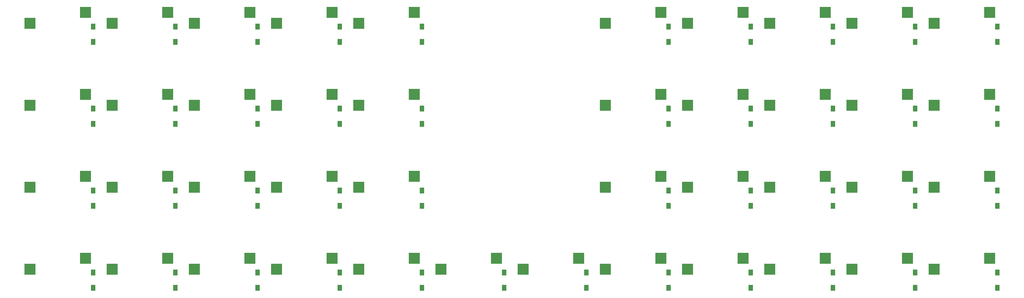
<source format=gbp>
G04 #@! TF.GenerationSoftware,KiCad,Pcbnew,5.1.9+dfsg1-1*
G04 #@! TF.CreationDate,2022-03-28T16:06:31+02:00*
G04 #@! TF.ProjectId,la_nc,6c615f6e-632e-46b6-9963-61645f706362,rev?*
G04 #@! TF.SameCoordinates,Original*
G04 #@! TF.FileFunction,Paste,Bot*
G04 #@! TF.FilePolarity,Positive*
%FSLAX46Y46*%
G04 Gerber Fmt 4.6, Leading zero omitted, Abs format (unit mm)*
G04 Created by KiCad (PCBNEW 5.1.9+dfsg1-1) date 2022-03-28 16:06:31*
%MOMM*%
%LPD*%
G01*
G04 APERTURE LIST*
%ADD10R,2.550000X2.500000*%
%ADD11R,1.000000X1.400000*%
G04 APERTURE END LIST*
D10*
X161390000Y-93345000D03*
X148490000Y-95885000D03*
X142340000Y-93345000D03*
X129440000Y-95885000D03*
X256640000Y-93345000D03*
X243740000Y-95885000D03*
X237590000Y-93345000D03*
X224690000Y-95885000D03*
X218540000Y-93345000D03*
X205640000Y-95885000D03*
X199490000Y-93345000D03*
X186590000Y-95885000D03*
X180440000Y-93345000D03*
X167540000Y-95885000D03*
X123290000Y-93345000D03*
X110390000Y-95885000D03*
X104240000Y-93345000D03*
X91340000Y-95885000D03*
X85190000Y-93345000D03*
X72290000Y-95885000D03*
X66140000Y-93345000D03*
X53240000Y-95885000D03*
X47090000Y-93345000D03*
X34190000Y-95885000D03*
X256640000Y-74295000D03*
X243740000Y-76835000D03*
X237590000Y-74295000D03*
X224690000Y-76835000D03*
X218540000Y-74295000D03*
X205640000Y-76835000D03*
X199490000Y-74295000D03*
X186590000Y-76835000D03*
X180440000Y-74295000D03*
X167540000Y-76835000D03*
X123290000Y-74295000D03*
X110390000Y-76835000D03*
X104240000Y-74295000D03*
X91340000Y-76835000D03*
X85190000Y-74295000D03*
X72290000Y-76835000D03*
X66140000Y-74295000D03*
X53240000Y-76835000D03*
X47090000Y-74295000D03*
X34190000Y-76835000D03*
X256640000Y-55245000D03*
X243740000Y-57785000D03*
X237590000Y-55245000D03*
X224690000Y-57785000D03*
X218540000Y-55245000D03*
X205640000Y-57785000D03*
X199490000Y-55245000D03*
X186590000Y-57785000D03*
X180440000Y-55245000D03*
X167540000Y-57785000D03*
X123290000Y-55245000D03*
X110390000Y-57785000D03*
X104240000Y-55245000D03*
X91340000Y-57785000D03*
X85190000Y-55245000D03*
X72290000Y-57785000D03*
X66140000Y-55245000D03*
X53240000Y-57785000D03*
X47090000Y-55245000D03*
X34190000Y-57785000D03*
X256640000Y-36195000D03*
X243740000Y-38735000D03*
X237590000Y-36195000D03*
X224690000Y-38735000D03*
X218540000Y-36195000D03*
X205640000Y-38735000D03*
X199490000Y-36195000D03*
X186590000Y-38735000D03*
X180440000Y-36195000D03*
X167540000Y-38735000D03*
X123290000Y-36195000D03*
X110390000Y-38735000D03*
X104240000Y-36195000D03*
X91340000Y-38735000D03*
X85190000Y-36195000D03*
X72290000Y-38735000D03*
X66140000Y-36195000D03*
X53240000Y-38735000D03*
X47090000Y-36195000D03*
X34190000Y-38735000D03*
D11*
X163195000Y-96650000D03*
X163195000Y-100200000D03*
X144145000Y-96650000D03*
X144145000Y-100200000D03*
X258445000Y-96650000D03*
X258445000Y-100200000D03*
X239395000Y-96650000D03*
X239395000Y-100200000D03*
X220345000Y-96650000D03*
X220345000Y-100200000D03*
X201295000Y-96650000D03*
X201295000Y-100200000D03*
X182245000Y-96650000D03*
X182245000Y-100200000D03*
X125095000Y-96650000D03*
X125095000Y-100200000D03*
X106045000Y-96650000D03*
X106045000Y-100200000D03*
X86995000Y-96650000D03*
X86995000Y-100200000D03*
X67945000Y-96650000D03*
X67945000Y-100200000D03*
X48895000Y-96650000D03*
X48895000Y-100200000D03*
X258445000Y-77600000D03*
X258445000Y-81150000D03*
X239395000Y-77600000D03*
X239395000Y-81150000D03*
X220345000Y-77600000D03*
X220345000Y-81150000D03*
X201295000Y-77600000D03*
X201295000Y-81150000D03*
X182245000Y-77600000D03*
X182245000Y-81150000D03*
X125095000Y-77600000D03*
X125095000Y-81150000D03*
X106045000Y-77600000D03*
X106045000Y-81150000D03*
X86995000Y-77600000D03*
X86995000Y-81150000D03*
X67945000Y-77600000D03*
X67945000Y-81150000D03*
X48895000Y-77600000D03*
X48895000Y-81150000D03*
X258445000Y-58550000D03*
X258445000Y-62100000D03*
X239395000Y-58550000D03*
X239395000Y-62100000D03*
X220345000Y-58550000D03*
X220345000Y-62100000D03*
X201295000Y-58550000D03*
X201295000Y-62100000D03*
X182245000Y-58550000D03*
X182245000Y-62100000D03*
X125095000Y-58550000D03*
X125095000Y-62100000D03*
X106045000Y-58550000D03*
X106045000Y-62100000D03*
X86995000Y-58550000D03*
X86995000Y-62100000D03*
X67945000Y-58550000D03*
X67945000Y-62100000D03*
X48895000Y-58550000D03*
X48895000Y-62100000D03*
X258445000Y-39500000D03*
X258445000Y-43050000D03*
X239395000Y-39500000D03*
X239395000Y-43050000D03*
X220345000Y-39500000D03*
X220345000Y-43050000D03*
X201295000Y-39500000D03*
X201295000Y-43050000D03*
X182245000Y-39500000D03*
X182245000Y-43050000D03*
X125095000Y-39500000D03*
X125095000Y-43050000D03*
X106045000Y-39500000D03*
X106045000Y-43050000D03*
X86995000Y-39500000D03*
X86995000Y-43050000D03*
X67945000Y-39500000D03*
X67945000Y-43050000D03*
X48895000Y-39500000D03*
X48895000Y-43050000D03*
M02*

</source>
